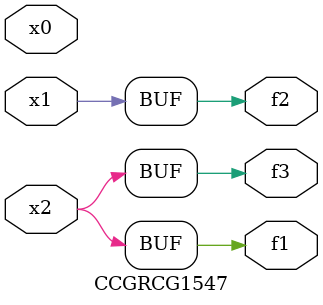
<source format=v>
module CCGRCG1547(
	input x0, x1, x2,
	output f1, f2, f3
);
	assign f1 = x2;
	assign f2 = x1;
	assign f3 = x2;
endmodule

</source>
